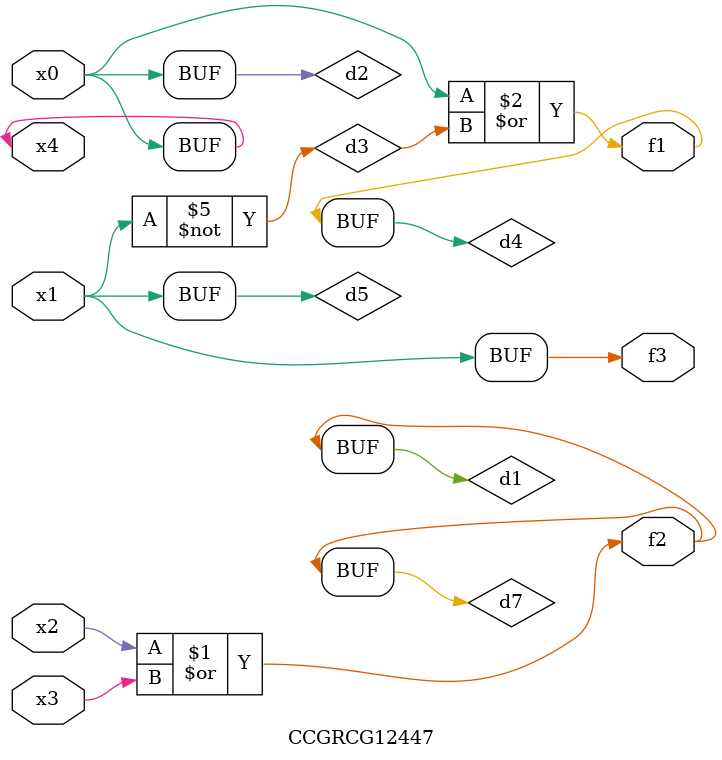
<source format=v>
module CCGRCG12447(
	input x0, x1, x2, x3, x4,
	output f1, f2, f3
);

	wire d1, d2, d3, d4, d5, d6, d7;

	or (d1, x2, x3);
	buf (d2, x0, x4);
	not (d3, x1);
	or (d4, d2, d3);
	not (d5, d3);
	nand (d6, d1, d3);
	or (d7, d1);
	assign f1 = d4;
	assign f2 = d7;
	assign f3 = d5;
endmodule

</source>
